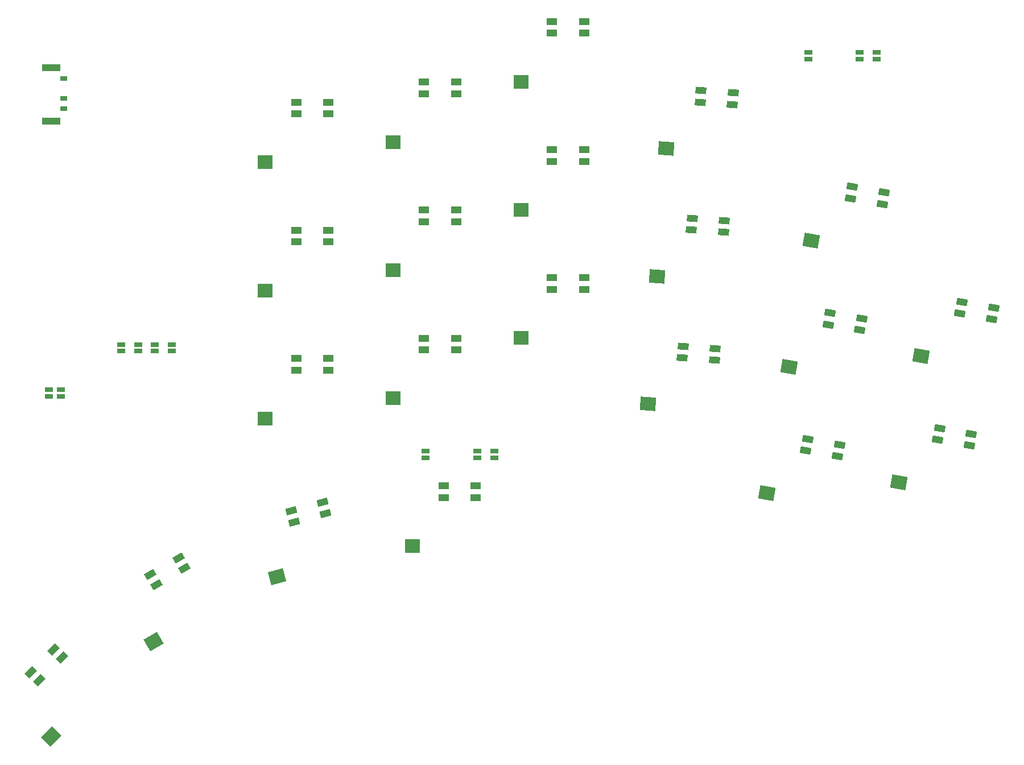
<source format=gtp>
G04 #@! TF.GenerationSoftware,KiCad,Pcbnew,7.0.5*
G04 #@! TF.CreationDate,2023-06-17T21:44:29-05:00*
G04 #@! TF.ProjectId,klor1_3_pimoroni,6b6c6f72-315f-4335-9f70-696d6f726f6e,v1.3.0*
G04 #@! TF.SameCoordinates,Original*
G04 #@! TF.FileFunction,Paste,Top*
G04 #@! TF.FilePolarity,Positive*
%FSLAX46Y46*%
G04 Gerber Fmt 4.6, Leading zero omitted, Abs format (unit mm)*
G04 Created by KiCad (PCBNEW 7.0.5) date 2023-06-17 21:44:29*
%MOMM*%
%LPD*%
G01*
G04 APERTURE LIST*
G04 Aperture macros list*
%AMRotRect*
0 Rectangle, with rotation*
0 The origin of the aperture is its center*
0 $1 length*
0 $2 width*
0 $3 Rotation angle, in degrees counterclockwise*
0 Add horizontal line*
21,1,$1,$2,0,0,$3*%
G04 Aperture macros list end*
%ADD10R,1.143000X0.635000*%
%ADD11RotRect,1.600000X1.000000X225.000000*%
%ADD12RotRect,2.300000X2.000000X45.000000*%
%ADD13R,1.600000X1.000000*%
%ADD14R,2.300000X2.000000*%
%ADD15RotRect,1.600000X1.000000X176.000000*%
%ADD16RotRect,2.300000X2.000000X356.000000*%
%ADD17RotRect,1.600000X1.000000X195.000000*%
%ADD18RotRect,2.300000X2.000000X15.000000*%
%ADD19RotRect,1.600000X1.000000X170.000000*%
%ADD20RotRect,2.300000X2.000000X350.000000*%
%ADD21RotRect,1.600000X1.000000X210.000000*%
%ADD22RotRect,2.300000X2.000000X30.000000*%
%ADD23R,1.000000X0.700000*%
%ADD24R,2.800000X1.000000*%
G04 APERTURE END LIST*
D10*
X148135000Y-118160380D03*
X148135000Y-117159620D03*
X81900000Y-107999240D03*
X81900000Y-109000000D03*
D11*
X82561405Y-146688968D03*
X83798841Y-147926405D03*
X80404729Y-151320517D03*
X79167292Y-150083081D03*
D12*
X82246742Y-159667913D03*
D13*
X145411399Y-122322857D03*
X145411399Y-124072857D03*
X140611399Y-124072857D03*
X140611399Y-122322857D03*
D14*
X136011399Y-131277857D03*
D15*
X183721879Y-63834827D03*
X183599805Y-65580564D03*
X178811498Y-65245733D03*
X178933572Y-63499996D03*
D16*
X173720108Y-72112302D03*
D10*
X92621000Y-101301620D03*
X92621000Y-102302380D03*
D17*
X122565405Y-124799998D03*
X123018338Y-126490368D03*
X118381894Y-127732700D03*
X117928961Y-126042330D03*
D18*
X115803426Y-135882763D03*
D13*
X161511399Y-72300260D03*
X161511399Y-74050260D03*
X156711399Y-74050260D03*
X156711399Y-72300260D03*
D14*
X152111399Y-81255260D03*
D10*
X137965000Y-117149240D03*
X137965000Y-118150000D03*
D19*
X222464848Y-95825431D03*
X222160963Y-97548845D03*
X217433886Y-96715334D03*
X217737771Y-94991920D03*
D20*
X211652635Y-103012092D03*
D15*
X181061005Y-101887099D03*
X180938931Y-103632836D03*
X176150624Y-103298005D03*
X176272698Y-101552268D03*
D16*
X171059234Y-110164574D03*
D13*
X123467969Y-84300260D03*
X123467969Y-86050260D03*
X118667969Y-86050260D03*
X118667969Y-84300260D03*
D14*
X114067969Y-93255260D03*
D19*
X219152927Y-114608272D03*
X218849042Y-116331686D03*
X214121965Y-115498175D03*
X214425850Y-113774761D03*
D20*
X208340714Y-121794933D03*
D10*
X97660000Y-101301620D03*
X97660000Y-102302380D03*
D13*
X123467969Y-103372857D03*
X123467969Y-105122857D03*
X118667969Y-105122857D03*
X118667969Y-103372857D03*
D14*
X114067969Y-112327857D03*
D10*
X95166000Y-101301620D03*
X95166000Y-102302380D03*
X145600000Y-118150380D03*
X145600000Y-117149620D03*
D13*
X123467969Y-65227664D03*
X123467969Y-66977664D03*
X118667969Y-66977664D03*
X118667969Y-65227664D03*
D14*
X114067969Y-74182664D03*
D10*
X202525000Y-58850380D03*
X202525000Y-57849620D03*
D15*
X182391442Y-82860962D03*
X182269368Y-84606699D03*
X177481061Y-84271868D03*
X177603135Y-82526131D03*
D16*
X172389671Y-91138437D03*
D10*
X194925000Y-58850380D03*
X194925000Y-57849620D03*
D13*
X161511399Y-53227664D03*
X161511399Y-54977664D03*
X156711399Y-54977664D03*
X156711399Y-53227664D03*
D14*
X152111399Y-62182664D03*
D21*
X101138115Y-133110824D03*
X102013115Y-134626369D03*
X97856193Y-137026369D03*
X96981193Y-135510824D03*
D22*
X97474976Y-145566082D03*
D10*
X100205000Y-101301620D03*
X100205000Y-102302380D03*
D19*
X199550689Y-116229002D03*
X199246804Y-117952416D03*
X194519727Y-117118905D03*
X194823612Y-115395491D03*
D20*
X188738476Y-123415663D03*
D14*
X133061399Y-109327857D03*
D13*
X137661399Y-100372857D03*
X137661399Y-102122857D03*
X142461399Y-102122857D03*
X142461399Y-100372857D03*
X142461399Y-81300260D03*
X142461399Y-83050260D03*
X137661399Y-83050260D03*
X137661399Y-81300260D03*
D14*
X133061399Y-90255260D03*
D19*
X206174533Y-78663321D03*
X205870648Y-80386735D03*
X201143571Y-79553224D03*
X201447456Y-77829810D03*
D20*
X195362320Y-85849982D03*
D23*
X84101228Y-61676228D03*
X84101228Y-64676228D03*
X84101228Y-66176228D03*
D24*
X82201228Y-60076228D03*
X82201228Y-68026228D03*
D10*
X83675000Y-107999240D03*
X83675000Y-109000000D03*
X205100000Y-58850380D03*
X205100000Y-57849620D03*
D13*
X161511399Y-91372857D03*
X161511399Y-93122857D03*
X156711399Y-93122857D03*
X156711399Y-91372857D03*
D14*
X152111399Y-100327857D03*
D19*
X202862611Y-97446160D03*
X202558726Y-99169574D03*
X197831649Y-98336063D03*
X198135534Y-96612649D03*
D20*
X192050398Y-104632821D03*
D13*
X142461399Y-62227664D03*
X142461399Y-63977664D03*
X137661399Y-63977664D03*
X137661399Y-62227664D03*
D14*
X133061399Y-71182664D03*
M02*

</source>
